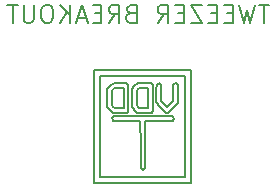
<source format=gbr>
G04 #@! TF.GenerationSoftware,KiCad,Pcbnew,(5.1.2)-1*
G04 #@! TF.CreationDate,2020-11-28T18:44:11+01:00*
G04 #@! TF.ProjectId,Kicad_Tweezers,4b696361-645f-4547-9765-657a6572732e,rev?*
G04 #@! TF.SameCoordinates,Original*
G04 #@! TF.FileFunction,Legend,Bot*
G04 #@! TF.FilePolarity,Positive*
%FSLAX46Y46*%
G04 Gerber Fmt 4.6, Leading zero omitted, Abs format (unit mm)*
G04 Created by KiCad (PCBNEW (5.1.2)-1) date 2020-11-28 18:44:11*
%MOMM*%
%LPD*%
G04 APERTURE LIST*
%ADD10C,0.150000*%
G04 APERTURE END LIST*
D10*
X143571428Y-99678571D02*
X142714285Y-99678571D01*
X143142857Y-101178571D02*
X143142857Y-99678571D01*
X142357142Y-99678571D02*
X142000000Y-101178571D01*
X141714285Y-100107142D01*
X141428571Y-101178571D01*
X141071428Y-99678571D01*
X140500000Y-100392857D02*
X140000000Y-100392857D01*
X139785714Y-101178571D02*
X140500000Y-101178571D01*
X140500000Y-99678571D01*
X139785714Y-99678571D01*
X139142857Y-100392857D02*
X138642857Y-100392857D01*
X138428571Y-101178571D02*
X139142857Y-101178571D01*
X139142857Y-99678571D01*
X138428571Y-99678571D01*
X137928571Y-99678571D02*
X136928571Y-99678571D01*
X137928571Y-101178571D01*
X136928571Y-101178571D01*
X136357142Y-100392857D02*
X135857142Y-100392857D01*
X135642857Y-101178571D02*
X136357142Y-101178571D01*
X136357142Y-99678571D01*
X135642857Y-99678571D01*
X134142857Y-101178571D02*
X134642857Y-100464285D01*
X135000000Y-101178571D02*
X135000000Y-99678571D01*
X134428571Y-99678571D01*
X134285714Y-99750000D01*
X134214285Y-99821428D01*
X134142857Y-99964285D01*
X134142857Y-100178571D01*
X134214285Y-100321428D01*
X134285714Y-100392857D01*
X134428571Y-100464285D01*
X135000000Y-100464285D01*
X131857142Y-100392857D02*
X131642857Y-100464285D01*
X131571428Y-100535714D01*
X131500000Y-100678571D01*
X131500000Y-100892857D01*
X131571428Y-101035714D01*
X131642857Y-101107142D01*
X131785714Y-101178571D01*
X132357142Y-101178571D01*
X132357142Y-99678571D01*
X131857142Y-99678571D01*
X131714285Y-99750000D01*
X131642857Y-99821428D01*
X131571428Y-99964285D01*
X131571428Y-100107142D01*
X131642857Y-100250000D01*
X131714285Y-100321428D01*
X131857142Y-100392857D01*
X132357142Y-100392857D01*
X130000000Y-101178571D02*
X130500000Y-100464285D01*
X130857142Y-101178571D02*
X130857142Y-99678571D01*
X130285714Y-99678571D01*
X130142857Y-99750000D01*
X130071428Y-99821428D01*
X130000000Y-99964285D01*
X130000000Y-100178571D01*
X130071428Y-100321428D01*
X130142857Y-100392857D01*
X130285714Y-100464285D01*
X130857142Y-100464285D01*
X129357142Y-100392857D02*
X128857142Y-100392857D01*
X128642857Y-101178571D02*
X129357142Y-101178571D01*
X129357142Y-99678571D01*
X128642857Y-99678571D01*
X128071428Y-100750000D02*
X127357142Y-100750000D01*
X128214285Y-101178571D02*
X127714285Y-99678571D01*
X127214285Y-101178571D01*
X126714285Y-101178571D02*
X126714285Y-99678571D01*
X125857142Y-101178571D02*
X126500000Y-100321428D01*
X125857142Y-99678571D02*
X126714285Y-100535714D01*
X124928571Y-99678571D02*
X124642857Y-99678571D01*
X124500000Y-99750000D01*
X124357142Y-99892857D01*
X124285714Y-100178571D01*
X124285714Y-100678571D01*
X124357142Y-100964285D01*
X124500000Y-101107142D01*
X124642857Y-101178571D01*
X124928571Y-101178571D01*
X125071428Y-101107142D01*
X125214285Y-100964285D01*
X125285714Y-100678571D01*
X125285714Y-100178571D01*
X125214285Y-99892857D01*
X125071428Y-99750000D01*
X124928571Y-99678571D01*
X123642857Y-99678571D02*
X123642857Y-100892857D01*
X123571428Y-101035714D01*
X123500000Y-101107142D01*
X123357142Y-101178571D01*
X123071428Y-101178571D01*
X122928571Y-101107142D01*
X122857142Y-101035714D01*
X122785714Y-100892857D01*
X122785714Y-99678571D01*
X122285714Y-99678571D02*
X121428571Y-99678571D01*
X121857142Y-101178571D02*
X121857142Y-99678571D01*
X135824802Y-108009305D02*
X135754598Y-108091506D01*
X135754598Y-108091506D02*
X135678392Y-108172168D01*
X135678392Y-108172168D02*
X135603625Y-108249397D01*
X135603625Y-108249397D02*
X135525376Y-108329046D01*
X135525376Y-108329046D02*
X135449358Y-108405543D01*
X135449358Y-108405543D02*
X135373751Y-108480850D01*
X135373751Y-108480850D02*
X135297366Y-108556113D01*
X135297366Y-108556113D02*
X135218104Y-108633163D01*
X135218104Y-108633163D02*
X135138970Y-108708499D01*
X135138970Y-108708499D02*
X135059934Y-108779912D01*
X135059934Y-108779912D02*
X135036762Y-108797340D01*
X134044956Y-107945940D02*
X134041045Y-107798729D01*
X134041045Y-107798729D02*
X134039996Y-107649669D01*
X134039996Y-107649669D02*
X134039694Y-107478560D01*
X134039694Y-107478560D02*
X134039956Y-107326416D01*
X134039956Y-107326416D02*
X134040611Y-107178648D01*
X134950787Y-108322706D02*
X135195528Y-108078233D01*
X132691791Y-111494664D02*
X132688316Y-109506981D01*
X135540865Y-106348735D02*
X135663499Y-106320284D01*
X135663499Y-106320284D02*
X135771952Y-106362660D01*
X135771952Y-106362660D02*
X135820391Y-106419348D01*
X132725239Y-113530547D02*
X132695266Y-113482347D01*
X131962452Y-108322971D02*
X131953795Y-108180881D01*
X131953795Y-108180881D02*
X131950589Y-108031718D01*
X131950589Y-108031718D02*
X131948773Y-107882874D01*
X131948773Y-107882874D02*
X131947772Y-107731718D01*
X131947772Y-107731718D02*
X131947426Y-107581518D01*
X131947426Y-107581518D02*
X131947670Y-107431383D01*
X131947670Y-107431383D02*
X131948541Y-107281706D01*
X131948541Y-107281706D02*
X131950222Y-107130277D01*
X131950222Y-107130277D02*
X131953219Y-106977662D01*
X131953219Y-106977662D02*
X131959737Y-106833640D01*
X131959737Y-106833640D02*
X131962452Y-106814846D01*
X130403588Y-109480992D02*
X130322965Y-109411382D01*
X130322965Y-109411382D02*
X130292441Y-109290384D01*
X130292441Y-109290384D02*
X130331873Y-109179798D01*
X130331873Y-109179798D02*
X130399803Y-109121362D01*
X135850138Y-107215555D02*
X135850145Y-107373595D01*
X135850145Y-107373595D02*
X135850001Y-107528507D01*
X135850001Y-107528507D02*
X135849424Y-107681393D01*
X135849424Y-107681393D02*
X135847502Y-107831206D01*
X135847502Y-107831206D02*
X135837778Y-107972445D01*
X135837778Y-107972445D02*
X135824802Y-108009305D01*
X135440269Y-107152117D02*
X135440262Y-106990033D01*
X135440262Y-106990033D02*
X135440486Y-106840109D01*
X135440486Y-106840109D02*
X135441724Y-106689009D01*
X135441724Y-106689009D02*
X135446553Y-106542613D01*
X135446553Y-106542613D02*
X135468200Y-106414013D01*
X135468200Y-106414013D02*
X135540865Y-106348735D01*
X133098759Y-109507407D02*
X133098759Y-111494874D01*
X132800000Y-113600000D02*
X132725239Y-113530547D01*
X133098759Y-111494874D02*
X133098754Y-111694525D01*
X133098754Y-111694525D02*
X133098744Y-111860352D01*
X133098744Y-111860352D02*
X133098721Y-112015618D01*
X133098721Y-112015618D02*
X133098679Y-112169396D01*
X133098679Y-112169396D02*
X133098603Y-112322161D01*
X133098603Y-112322161D02*
X133098488Y-112473708D01*
X133098488Y-112473708D02*
X133098285Y-112636246D01*
X133098285Y-112636246D02*
X133097978Y-112786299D01*
X133097978Y-112786299D02*
X133097486Y-112936979D01*
X133097486Y-112936979D02*
X133096640Y-113092023D01*
X133096640Y-113092023D02*
X133095135Y-113242511D01*
X133095135Y-113242511D02*
X133091843Y-113389783D01*
X133091843Y-113389783D02*
X133074272Y-113522336D01*
X133074272Y-113522336D02*
X133072421Y-113525455D01*
X135440269Y-107833759D02*
X135440269Y-107152117D01*
X132177352Y-106558679D02*
X132254228Y-106482467D01*
X132254228Y-106482467D02*
X132332429Y-106408805D01*
X132332429Y-106408805D02*
X132414355Y-106340389D01*
X132414355Y-106340389D02*
X132420336Y-106337091D01*
X135400580Y-109124886D02*
X135477486Y-109198260D01*
X135477486Y-109198260D02*
X135502054Y-109324260D01*
X135502054Y-109324260D02*
X135455062Y-109428851D01*
X135455062Y-109428851D02*
X135408773Y-109473082D01*
X134235502Y-109503883D02*
X133098759Y-109507407D01*
X132695266Y-113482347D02*
X132691791Y-111494664D01*
X135195528Y-108078233D02*
X135440269Y-107833759D01*
X135820391Y-106419348D02*
X135849938Y-106470888D01*
X132418521Y-108798840D02*
X132334914Y-108730053D01*
X132334914Y-108730053D02*
X132256016Y-108655855D01*
X132256016Y-108655855D02*
X132179633Y-108580491D01*
X132179633Y-108580491D02*
X132176421Y-108577252D01*
X133072421Y-113525455D02*
X132994073Y-113597827D01*
X132994073Y-113597827D02*
X132865557Y-113619485D01*
X132865557Y-113619485D02*
X132800053Y-113599993D01*
X134448081Y-107820524D02*
X134699434Y-108071614D01*
X131573927Y-109506681D02*
X131415820Y-109506622D01*
X131415820Y-109506622D02*
X131248097Y-109506517D01*
X131248097Y-109506517D02*
X131098281Y-109506329D01*
X131098281Y-109506329D02*
X130948451Y-109505972D01*
X130948451Y-109505972D02*
X130797753Y-109505244D01*
X130797753Y-109505244D02*
X130647603Y-109503630D01*
X130647603Y-109503630D02*
X130500782Y-109498931D01*
X130500782Y-109498931D02*
X130403588Y-109480992D01*
X136445738Y-114243023D02*
X136445738Y-105670523D01*
X134040611Y-107178648D02*
X134041569Y-107015928D01*
X134041569Y-107015928D02*
X134042638Y-106863468D01*
X134042638Y-106863468D02*
X134044206Y-106713162D01*
X134044206Y-106713162D02*
X134047656Y-106564528D01*
X134047656Y-106564528D02*
X134067028Y-106433210D01*
X134067028Y-106433210D02*
X134071816Y-106424631D01*
X132688316Y-109506981D02*
X131573927Y-109506681D01*
X132898314Y-109096868D02*
X135350730Y-109096868D01*
X134439248Y-108393832D02*
X134362714Y-108316757D01*
X134362714Y-108316757D02*
X134287539Y-108240806D01*
X134287539Y-108240806D02*
X134211936Y-108163751D01*
X134211936Y-108163751D02*
X134138188Y-108086623D01*
X134138188Y-108086623D02*
X134068795Y-108004951D01*
X134068795Y-108004951D02*
X134044956Y-107945940D01*
X134071816Y-106424631D02*
X134145947Y-106348429D01*
X134145947Y-106348429D02*
X134266781Y-106318848D01*
X134266781Y-106318848D02*
X134375186Y-106361184D01*
X134375186Y-106361184D02*
X134421745Y-106414542D01*
X129235843Y-114243023D02*
X136445738Y-114243023D01*
X134448081Y-107139091D02*
X134448081Y-107820524D01*
X130399803Y-109121362D02*
X130535686Y-109104761D01*
X130535686Y-109104761D02*
X130686995Y-109101373D01*
X130686995Y-109101373D02*
X130840112Y-109099740D01*
X130840112Y-109099740D02*
X130989537Y-109098800D01*
X130989537Y-109098800D02*
X131146367Y-109098167D01*
X131146367Y-109098167D02*
X131315791Y-109097718D01*
X131315791Y-109097718D02*
X131474480Y-109097435D01*
X131474480Y-109097435D02*
X131625291Y-109097249D01*
X131625291Y-109097249D02*
X131785336Y-109097111D01*
X131785336Y-109097111D02*
X131939083Y-109097019D01*
X131939083Y-109097019D02*
X132093397Y-109096958D01*
X132093397Y-109096958D02*
X132269282Y-109096912D01*
X132269282Y-109096912D02*
X132445111Y-109096885D01*
X132445111Y-109096885D02*
X132606259Y-109096873D01*
X132606259Y-109096873D02*
X132898314Y-109096868D01*
X130327702Y-108798550D02*
X130327702Y-108798550D01*
X136961872Y-105184078D02*
X128719705Y-105184078D01*
X135036762Y-108797340D02*
X134901000Y-108811787D01*
X134901000Y-108811787D02*
X134867666Y-108800630D01*
X135408773Y-109473082D02*
X135280506Y-109495659D01*
X135280506Y-109495659D02*
X135132885Y-109499177D01*
X135132885Y-109499177D02*
X134984288Y-109500740D01*
X134984288Y-109500740D02*
X134833893Y-109501691D01*
X134833893Y-109501691D02*
X134676112Y-109502401D01*
X134676112Y-109502401D02*
X134501603Y-109503032D01*
X134501603Y-109503032D02*
X134312829Y-109503642D01*
X134312829Y-109503642D02*
X134235502Y-109503883D01*
X131550680Y-108795893D02*
X131420090Y-108815351D01*
X131420090Y-108815351D02*
X131271285Y-108818152D01*
X131271285Y-108818152D02*
X131121565Y-108818874D01*
X131121565Y-108818874D02*
X130967347Y-108819038D01*
X130967347Y-108819038D02*
X130937786Y-108819044D01*
X131259902Y-106728857D02*
X130879825Y-106728857D01*
X128719705Y-105184078D02*
X128719705Y-114729467D01*
X128719705Y-114729467D02*
X136961872Y-114729467D01*
X136961872Y-114729467D02*
X136961872Y-105184078D01*
X131636217Y-106424631D02*
X131658614Y-106553003D01*
X131658614Y-106553003D02*
X131662426Y-106700649D01*
X131662426Y-106700649D02*
X131664185Y-106857074D01*
X131664185Y-106857074D02*
X131665220Y-107008360D01*
X131665220Y-107008360D02*
X131665989Y-107158041D01*
X131665989Y-107158041D02*
X131666644Y-107308643D01*
X131666644Y-107308643D02*
X131667352Y-107485593D01*
X131667352Y-107485593D02*
X131667446Y-107509378D01*
X134867733Y-108800629D02*
X134785367Y-108730758D01*
X134785367Y-108730758D02*
X134706784Y-108656862D01*
X134706784Y-108656862D02*
X134629229Y-108582031D01*
X134629229Y-108582031D02*
X134552237Y-108506503D01*
X134552237Y-108506503D02*
X134475162Y-108429871D01*
X134475162Y-108429871D02*
X134439248Y-108393832D01*
X132970033Y-106728857D02*
X132589957Y-106728857D01*
X132176421Y-108577252D02*
X132101025Y-108500271D01*
X132101025Y-108500271D02*
X132027863Y-108421578D01*
X132027863Y-108421578D02*
X131965932Y-108333429D01*
X131965932Y-108333429D02*
X131962452Y-108322971D01*
X131962452Y-106814846D02*
X132021463Y-106723441D01*
X132021463Y-106723441D02*
X132093458Y-106644883D01*
X132093458Y-106644883D02*
X132168188Y-106567977D01*
X132168188Y-106567977D02*
X132177352Y-106558679D01*
X135350730Y-109096868D02*
X135400580Y-109124886D01*
X130937786Y-108819044D02*
X130785471Y-108818908D01*
X130785471Y-108818908D02*
X130635108Y-108818251D01*
X130635108Y-108818251D02*
X130486197Y-108816020D01*
X130486197Y-108816020D02*
X130346963Y-108805035D01*
X130346963Y-108805035D02*
X130327702Y-108798550D01*
X132800053Y-113599993D02*
X132800000Y-113600000D01*
X134699434Y-108071614D02*
X134950787Y-108322706D01*
X136445738Y-105670523D02*
X129235843Y-105670523D01*
X135849938Y-106470888D02*
X135850138Y-107215555D01*
X129871486Y-106799171D02*
X129938951Y-106715568D01*
X129938951Y-106715568D02*
X130012335Y-106636526D01*
X130012335Y-106636526D02*
X130086817Y-106559381D01*
X130086817Y-106559381D02*
X130162039Y-106483823D01*
X130162039Y-106483823D02*
X130239271Y-106409173D01*
X130239271Y-106409173D02*
X130319945Y-106339649D01*
X130319945Y-106339649D02*
X130323280Y-106337694D01*
X134421745Y-106414542D02*
X134444271Y-106542888D01*
X134444271Y-106542888D02*
X134447071Y-106690839D01*
X134447071Y-106690839D02*
X134447821Y-106840448D01*
X134447821Y-106840448D02*
X134448040Y-106999720D01*
X134448040Y-106999720D02*
X134448081Y-107139091D01*
X130323280Y-106337694D02*
X130459962Y-106322468D01*
X130459962Y-106322468D02*
X130608423Y-106319820D01*
X130608423Y-106319820D02*
X130759327Y-106318972D01*
X130759327Y-106318972D02*
X130912163Y-106318755D01*
X130912163Y-106318755D02*
X130939787Y-106318753D01*
X131564807Y-106348563D02*
X131636217Y-106424631D01*
X129235843Y-105670523D02*
X129235843Y-114243023D01*
X134867666Y-108800630D02*
X134867733Y-108800629D01*
X130499748Y-106728857D02*
X130383731Y-106844335D01*
X133036843Y-106318753D02*
X133189026Y-106318779D01*
X133189026Y-106318779D02*
X133339158Y-106319068D01*
X133339158Y-106319068D02*
X133487676Y-106320614D01*
X133487676Y-106320614D02*
X133625900Y-106333049D01*
X133625900Y-106333049D02*
X133654516Y-106348518D01*
X133350110Y-107568909D02*
X133350110Y-106728857D01*
X133725925Y-106415627D02*
X133749201Y-106544748D01*
X133749201Y-106544748D02*
X133752762Y-106693370D01*
X133752762Y-106693370D02*
X133754350Y-106842286D01*
X133754350Y-106842286D02*
X133755336Y-106991902D01*
X133755336Y-106991902D02*
X133756071Y-107141998D01*
X133756071Y-107141998D02*
X133756730Y-107301346D01*
X133756730Y-107301346D02*
X133757466Y-107495567D01*
X133757466Y-107495567D02*
X133757559Y-107520263D01*
X130079745Y-108570347D02*
X130003955Y-108492587D01*
X130003955Y-108492587D02*
X129930703Y-108413685D01*
X129930703Y-108413685D02*
X129868411Y-108325764D01*
X129868411Y-108325764D02*
X129866315Y-108318010D01*
X132357922Y-107568909D02*
X132357922Y-108178002D01*
X132589957Y-108408961D02*
X132970033Y-108408961D01*
X133753454Y-108643715D02*
X133705556Y-108746028D01*
X133705556Y-108746028D02*
X133635196Y-108800457D01*
X130327702Y-108798550D02*
X130244302Y-108729721D01*
X130244302Y-108729721D02*
X130166386Y-108656230D01*
X130166386Y-108656230D02*
X130089634Y-108580353D01*
X130089634Y-108580353D02*
X130079745Y-108570347D01*
X132970033Y-108408961D02*
X133350110Y-108408961D01*
X131259902Y-108408961D02*
X131259902Y-107568909D01*
X132418524Y-108798840D02*
X132418521Y-108798840D01*
X133350110Y-108408961D02*
X133350110Y-107568909D01*
X133635196Y-108800457D02*
X133497496Y-108814094D01*
X133497496Y-108814094D02*
X133350091Y-108817017D01*
X133350091Y-108817017D02*
X133199687Y-108818127D01*
X133199687Y-108818127D02*
X133050036Y-108818519D01*
X133050036Y-108818519D02*
X133027997Y-108818546D01*
X130879825Y-106728857D02*
X130499748Y-106728857D01*
X131663271Y-108616652D02*
X131624365Y-108729080D01*
X131624365Y-108729080D02*
X131550680Y-108795893D01*
X132473940Y-108293481D02*
X132589957Y-108408961D01*
X132357922Y-108178002D02*
X132473940Y-108293481D01*
X133654516Y-106348518D02*
X133725925Y-106415627D01*
X130383731Y-108293481D02*
X130499748Y-108408961D01*
X130267714Y-107568909D02*
X130267714Y-108178002D01*
X133757559Y-107520263D02*
X133758098Y-107696190D01*
X133758098Y-107696190D02*
X133758392Y-107858284D01*
X133758392Y-107858284D02*
X133758472Y-108017138D01*
X133758472Y-108017138D02*
X133758309Y-108174319D01*
X133758309Y-108174319D02*
X133757853Y-108325600D01*
X133757853Y-108325600D02*
X133756926Y-108475196D01*
X133756926Y-108475196D02*
X133754610Y-108623511D01*
X133754610Y-108623511D02*
X133753454Y-108643715D01*
X129866315Y-108318010D02*
X129860236Y-108172006D01*
X129860236Y-108172006D02*
X129858347Y-108023352D01*
X129858347Y-108023352D02*
X129857441Y-107866619D01*
X129857441Y-107866619D02*
X129857203Y-107702742D01*
X129857203Y-107702742D02*
X129857510Y-107543106D01*
X129857510Y-107543106D02*
X129858274Y-107388301D01*
X129858274Y-107388301D02*
X129859522Y-107236034D01*
X129859522Y-107236034D02*
X129861378Y-107086104D01*
X129861378Y-107086104D02*
X129864333Y-106934950D01*
X129864333Y-106934950D02*
X129871486Y-106799171D01*
X133027997Y-108818546D02*
X132877592Y-108818546D01*
X132877592Y-108818546D02*
X132726937Y-108818023D01*
X132726937Y-108818023D02*
X132578815Y-108815960D01*
X132578815Y-108815960D02*
X132439041Y-108805511D01*
X132439041Y-108805511D02*
X132418524Y-108798840D01*
X130499748Y-108408961D02*
X130879825Y-108408961D01*
X130267714Y-108178002D02*
X130383731Y-108293481D01*
X131259902Y-107568909D02*
X131259902Y-106728857D01*
X130383731Y-106844335D02*
X130267714Y-106959815D01*
X132357922Y-106959815D02*
X132357922Y-107568909D01*
X130879825Y-108408961D02*
X131259902Y-108408961D01*
X132473940Y-106844335D02*
X132357922Y-106959815D01*
X132589957Y-106728857D02*
X132473940Y-106844335D01*
X131667446Y-107509378D02*
X131667946Y-107661279D01*
X131667946Y-107661279D02*
X131668264Y-107814197D01*
X131668264Y-107814197D02*
X131668381Y-107966109D01*
X131668381Y-107966109D02*
X131668268Y-108117568D01*
X131668268Y-108117568D02*
X131667862Y-108270042D01*
X131667862Y-108270042D02*
X131667016Y-108420095D01*
X131667016Y-108420095D02*
X131665124Y-108569657D01*
X131665124Y-108569657D02*
X131663271Y-108616652D01*
X130267714Y-106959815D02*
X130267714Y-107568909D01*
X130939787Y-106318753D02*
X131093878Y-106318779D01*
X131093878Y-106318779D02*
X131244560Y-106319065D01*
X131244560Y-106319065D02*
X131393672Y-106320568D01*
X131393672Y-106320568D02*
X131532419Y-106331979D01*
X131532419Y-106331979D02*
X131564807Y-106348563D01*
X132420336Y-106337091D02*
X132557286Y-106322772D01*
X132557286Y-106322772D02*
X132706224Y-106319943D01*
X132706224Y-106319943D02*
X132857807Y-106319001D01*
X132857807Y-106319001D02*
X133010270Y-106318755D01*
X133010270Y-106318755D02*
X133036843Y-106318753D01*
X133350110Y-106728857D02*
X132970033Y-106728857D01*
M02*

</source>
